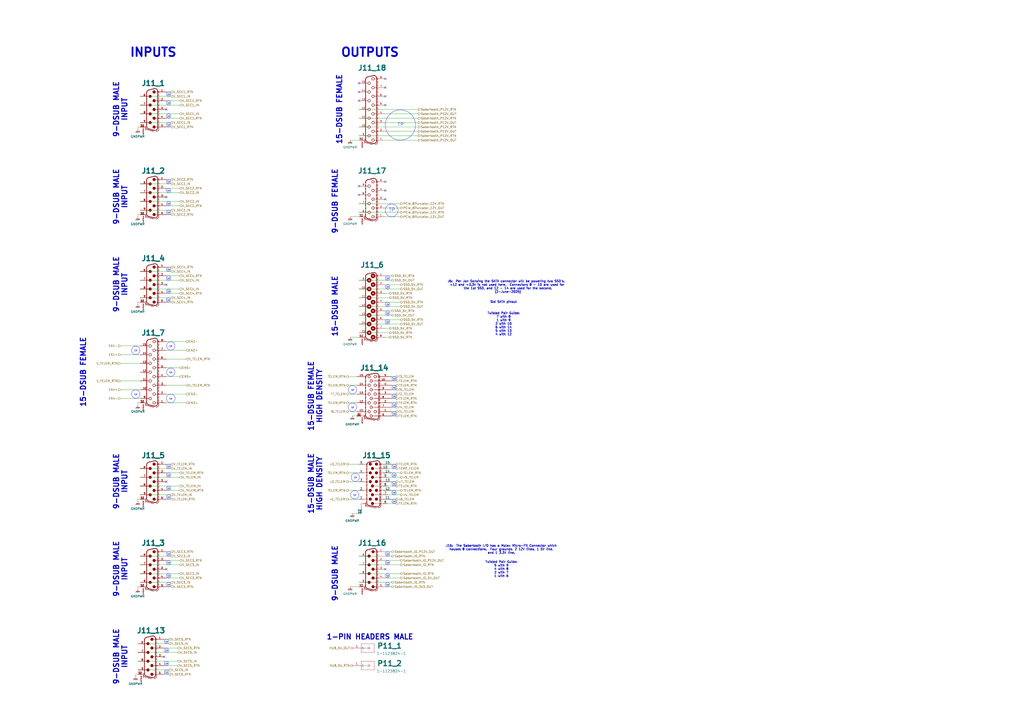
<source format=kicad_sch>
(kicad_sch (version 20250114) (generator "eeschema") (generator_version "9.0")
  (paper "A2")
  (lib_symbols
    (symbol "Molex:1731130182" (pin_numbers (hide yes)) (pin_names (offset 0))
      (property "Reference" "J" (at 0 0 0))
      (property "Value" "1731130182" (at 0 0 0))
      (symbol "1731130182_1_1"
        (pin input line (at 2.032 14.986 270) (length 5.08) (name "15") (number "15"))
        (pin input line (at 2.032 -4.064 90) (length 2.54) (name "5") (number "5"))
        (pin input line (at 4.572 12.446 270) (length 2.54) (name "10") (number "10"))
        (pin input line (at 7.112 14.986 270) (length 5.08) (name "14") (number "14"))
        (pin input line (at 7.112 -4.064 90) (length 2.54) (name "4") (number "4"))
        (pin input line (at 9.652 12.446 270) (length 2.54) (name "9") (number "9"))
        (pin input line (at 12.192 14.986 270) (length 5.08) (name "13") (number "13"))
        (pin input line (at 12.192 -4.064 90) (length 2.54) (name "3") (number "3"))
        (pin input line (at 14.732 12.446 270) (length 2.54) (name "8") (number "8"))
        (pin input line (at 17.272 14.986 270) (length 5.08) (name "12") (number "12"))
        (pin input line (at 17.272 -4.064 90) (length 2.54) (name "2") (number "2"))
        (pin input line (at 19.812 12.446 270) (length 2.54) (name "7") (number "7"))
        (pin input line (at 22.352 14.986 270) (length 5.08) (name "11") (number "11"))
        (pin input line (at 22.352 -4.064 90) (length 2.54) (name "1") (number "1"))
        (pin input line (at 24.892 12.446 270) (length 2.54) (name "6") (number "6"))
        (pin input line (at 30.734 -2.794 180) (length 2.54) (name "S1") (number "S1"))
        (pin input line (at 30.734 -2.794 180) (length 2.54) (name "S2") (number "S2"))
      )
    )
    (symbol "TE_Connectivity:1-1123824-1" (pin_names (offset 0.254))
      (property "Reference" "P" (at 8.89 6.35 0))
      (property "Value" "1-1123824-1" (at 0 0 0))
      (symbol "1-1123824-1_0_1"
        (pin unspecified line (at 0 0 0) (length 5.08) (name "1") (number "1"))
      )
    )
    (symbol "Wurth_Elektronik:6180XX231121_618009231121" (pin_names (offset 1.016))
      (property "Reference" "J" (at 13.78 1.66 0))
      (symbol "6180XX231121_618009231121_0_0"
        (text "shield" (at 10.9 -5.32 0) (effects (font (size 0.8128 0.8128)) (justify left bottom)))
        (pin bidirectional line (at -10.16 7.62 270) (length 5.08) (name "~") (number "5"))
        (pin bidirectional line (at -7.62 -7.62 90) (length 5.08) (name "~") (number "9"))
        (pin bidirectional line (at -5.08 7.62 270) (length 5.08) (name "~") (number "4"))
        (pin bidirectional line (at -2.54 -7.62 90) (length 5.08) (name "~") (number "8"))
        (pin bidirectional line (at 0 7.62 270) (length 5.08) (name "~") (number "3"))
        (pin bidirectional line (at 2.54 -7.62 90) (length 5.08) (name "~") (number "7"))
        (pin bidirectional line (at 5.08 7.62 270) (length 5.08) (name "~") (number "2"))
        (pin bidirectional line (at 7.62 -7.62 90) (length 5.08) (name "~") (number "6"))
        (pin bidirectional line (at 10.16 7.62 270) (length 5.08) (name "~") (number "1"))
        (pin bidirectional line (at 10.16 -7.62 90) (length 2.54) (name "~") (number "S1"))
        (pin bidirectional line (at 10.16 -7.62 90) (length 2.54) (name "~") (number "S2"))
      )
    )
    (symbol "Wurth_Elektronik:6180XX231121_618015231121" (pin_names (offset 1.016))
      (property "Reference" "J" (at 21.4 1.66 0))
      (symbol "6180XX231121_618015231121_0_0"
        (text "shield" (at 18.52 -5.32 0) (effects (font (size 0.8128 0.8128)) (justify left bottom)))
        (pin bidirectional line (at -17.78 7.62 270) (length 5.08) (name "~") (number "8"))
        (pin bidirectional line (at -15.24 -7.62 90) (length 5.08) (name "~") (number "15"))
        (pin bidirectional line (at -12.7 7.62 270) (length 5.08) (name "~") (number "7"))
        (pin bidirectional line (at -10.16 -7.62 90) (length 5.08) (name "~") (number "14"))
        (pin bidirectional line (at -7.62 7.62 270) (length 5.08) (name "~") (number "6"))
        (pin bidirectional line (at -5.08 -7.62 90) (length 5.08) (name "~") (number "13"))
        (pin bidirectional line (at -2.54 7.62 270) (length 5.08) (name "~") (number "5"))
        (pin bidirectional line (at 0 -7.62 90) (length 5.08) (name "~") (number "12"))
        (pin bidirectional line (at 2.54 7.62 270) (length 5.08) (name "~") (number "4"))
        (pin bidirectional line (at 5.08 -7.62 90) (length 5.08) (name "~") (number "11"))
        (pin bidirectional line (at 7.62 7.62 270) (length 5.08) (name "~") (number "3"))
        (pin bidirectional line (at 10.16 -7.62 90) (length 5.08) (name "~") (number "10"))
        (pin bidirectional line (at 12.7 7.62 270) (length 5.08) (name "~") (number "2"))
        (pin bidirectional line (at 15.24 -7.62 90) (length 5.08) (name "~") (number "9"))
        (pin bidirectional line (at 17.78 7.62 270) (length 5.08) (name "~") (number "1"))
        (pin bidirectional line (at 17.78 -7.62 90) (length 2.54) (name "~") (number "S1"))
        (pin bidirectional line (at 17.78 -7.62 90) (length 2.54) (name "~") (number "S2"))
      )
    )
    (symbol "Wurth_Elektronik:6180XX231221_618009231221" (pin_names (offset 1.016))
      (property "Reference" "J" (at 13.78 1.66 0))
      (symbol "6180XX231221_618009231221_0_0"
        (text "shield" (at 10.9 -5.32 0) (effects (font (size 0.8128 0.8128)) (justify left bottom)))
        (pin bidirectional line (at -10.16 7.62 270) (length 5.08) (name "~") (number "1"))
        (pin bidirectional line (at -7.62 -7.62 90) (length 5.08) (name "~") (number "6"))
        (pin bidirectional line (at -5.08 7.62 270) (length 5.08) (name "~") (number "2"))
        (pin bidirectional line (at -2.54 -7.62 90) (length 5.08) (name "~") (number "7"))
        (pin bidirectional line (at 0 7.62 270) (length 5.08) (name "~") (number "3"))
        (pin bidirectional line (at 2.54 -7.62 90) (length 5.08) (name "~") (number "8"))
        (pin bidirectional line (at 5.08 7.62 270) (length 5.08) (name "~") (number "4"))
        (pin bidirectional line (at 7.62 -7.62 90) (length 5.08) (name "~") (number "9"))
        (pin bidirectional line (at 10.16 7.62 270) (length 5.08) (name "~") (number "5"))
        (pin bidirectional line (at 10.16 -7.62 90) (length 2.54) (name "~") (number "S1"))
        (pin bidirectional line (at 10.16 -7.62 90) (length 2.54) (name "~") (number "S2"))
      )
    )
    (symbol "Wurth_Elektronik:6180XX231221_618015231221" (pin_names (offset 1.016))
      (property "Reference" "J" (at 21.4 1.66 0))
      (symbol "6180XX231221_618015231221_0_0"
        (text "shield" (at 18.52 -5.32 0) (effects (font (size 0.8128 0.8128)) (justify left bottom)))
        (pin bidirectional line (at -17.78 7.62 270) (length 5.08) (name "~") (number "1"))
        (pin bidirectional line (at -15.24 -7.62 90) (length 5.08) (name "~") (number "9"))
        (pin bidirectional line (at -12.7 7.62 270) (length 5.08) (name "~") (number "2"))
        (pin bidirectional line (at -10.16 -7.62 90) (length 5.08) (name "~") (number "10"))
        (pin bidirectional line (at -7.62 7.62 270) (length 5.08) (name "~") (number "3"))
        (pin bidirectional line (at -5.08 -7.62 90) (length 5.08) (name "~") (number "11"))
        (pin bidirectional line (at -2.54 7.62 270) (length 5.08) (name "~") (number "4"))
        (pin bidirectional line (at 0 -7.62 90) (length 5.08) (name "~") (number "12"))
        (pin bidirectional line (at 2.54 7.62 270) (length 5.08) (name "~") (number "5"))
        (pin bidirectional line (at 5.08 -7.62 90) (length 5.08) (name "~") (number "13"))
        (pin bidirectional line (at 7.62 7.62 270) (length 5.08) (name "~") (number "6"))
        (pin bidirectional line (at 10.16 -7.62 90) (length 5.08) (name "~") (number "14"))
        (pin bidirectional line (at 12.7 7.62 270) (length 5.08) (name "~") (number "7"))
        (pin bidirectional line (at 15.24 -7.62 90) (length 5.08) (name "~") (number "15"))
        (pin bidirectional line (at 17.78 7.62 270) (length 5.08) (name "~") (number "8"))
        (pin bidirectional line (at 17.78 -7.62 90) (length 2.54) (name "~") (number "S1"))
        (pin bidirectional line (at 17.78 -7.62 90) (length 2.54) (name "~") (number "S2"))
      )
    )
    (symbol "Wurth_Elektronik:6180XX330923_618015330923" (pin_names (offset 1.016))
      (property "Reference" "J" (at 16.32 4.2 0))
      (symbol "6180XX330923_618015330923_0_0"
        (text "shield" (at 13.44 -4.05 0) (effects (font (size 0.8128 0.8128)) (justify left bottom)))
        (pin bidirectional line (at -10.16 -7.62 90) (length 5.08) (name "~") (number "15"))
        (pin bidirectional line (at -5.08 -7.62 90) (length 5.08) (name "~") (number "14"))
        (pin bidirectional line (at 0 -7.62 90) (length 5.08) (name "~") (number "13"))
        (pin bidirectional line (at 5.08 -7.62 90) (length 5.08) (name "~") (number "12"))
        (pin bidirectional line (at 10.16 -7.62 90) (length 5.08) (name "~") (number "11"))
        (pin bidirectional line (at 12.7 -7.62 90) (length 2.54) (name "~") (number "S1"))
        (pin bidirectional line (at 12.7 -7.62 90) (length 2.54) (name "~") (number "S2"))
      )
      (symbol "6180XX330923_618015330923_1_0"
        (pin bidirectional line (at -10.16 12.7 270) (length 7.62) (name "~") (number "5"))
        (pin bidirectional line (at -7.62 12.7 270) (length 10.16) (name "~") (number "10"))
        (pin bidirectional line (at -5.08 12.7 270) (length 7.62) (name "~") (number "4"))
        (pin bidirectional line (at -2.54 12.7 270) (length 10.16) (name "~") (number "9"))
        (pin bidirectional line (at 0 12.7 270) (length 7.62) (name "~") (number "3"))
        (pin bidirectional line (at 2.54 12.7 270) (length 10.16) (name "~") (number "8"))
        (pin bidirectional line (at 5.08 12.7 270) (length 7.62) (name "~") (number "2"))
        (pin bidirectional line (at 7.62 12.7 270) (length 10.16) (name "~") (number "7"))
        (pin bidirectional line (at 10.16 12.7 270) (length 7.62) (name "~") (number "1"))
        (pin bidirectional line (at 12.7 12.7 270) (length 10.16) (name "~") (number "6"))
      )
    )
    (symbol "power:GNDPWR" (power) (pin_numbers (hide yes)) (pin_names (offset 0) (hide yes))
      (property "Value" "GNDPWR" (at 0 -3.302 0))
      (symbol "GNDPWR_1_1"
        (pin power_in line (at 0 0 270) (length 0) (name "~") (number "1"))
      )
    )
  )
  (circle (center 206.1075 276.86) (radius 2.4263))
  (circle (center 228.6 270.51) (radius 1.27))
  (circle (center 97.79 334.01) (radius 1.27))
  (circle (center 228.6 280.67) (radius 1.27))
  (circle (center 96.52 389.89) (radius 1.27))
  (circle (center 97.79 118.11) (radius 1.27))
  (circle (center 97.79 168.91) (radius 1.27))
  (circle (center 224.79 176.53) (radius 1.27))
  (circle (center 204.47 236.22) (radius 2.4263))
  (circle (center 224.7587 186.69) (radius 1.27))
  (circle (center 99.06 200.66) (radius 2.4263))
  (circle (center 228.6 290.83) (radius 1.27))
  (circle (center 97.79 59.69) (radius 1.27))
  (circle (center 224.79 334.01) (radius 1.27))
  (circle (center 224.79 166.37) (radius 1.27))
  (circle (center 228.6 219.71) (radius 1.27))
  (circle (center 224.79 339.09) (radius 1.27))
  (circle (center 97.79 123.19) (radius 1.27))
  (circle (center 97.663 173.99) (radius 1.27))
  (circle (center 96.6167 377.19) (radius 1.27))
  (circle (center 228.6 275.59) (radius 1.27))
  (circle (center 228.6 224.79) (radius 1.27))
  (circle (center 224.79 321.31) (radius 1.27))
  (circle (center 97.79 72.39) (radius 1.27))
  (circle (center 78.74 203.2) (radius 2.4263))
  (circle (center 224.79 326.39) (radius 1.27))
  (circle (center 97.79 321.31) (radius 1.27))
  (circle (center 97.79 54.61) (radius 1.27))
  (circle (center 96.52 372.11) (radius 1.27))
  (circle (center 97.79 270.51) (radius 1.27))
  (circle (center 224.79 181.61) (radius 1.27))
  (circle (center 205.74 287.02) (radius 2.4263))
  (circle (center 204.47 226.06) (radius 2.4263))
  (circle (center 97.79 275.59) (radius 1.27))
  (circle (center 97.79 339.09) (radius 1.27))
  (circle (center 97.79 326.39) (radius 1.27))
  (circle (center 96.52 384.81) (radius 1.27))
  (circle (center 97.79 161.29) (radius 1.27))
  (circle (center 228.6 229.87) (radius 1.27))
  (circle (center 228.6 240.03) (radius 1.27))
  (circle (center 232.283 72.517) (radius 8.7667))
  (circle (center 97.79 288.29) (radius 1.27))
  (circle (center 227.203 122.047) (radius 3.7179))
  (circle (center 99.06 215.9) (radius 2.4263))
  (circle (center 97.79 283.21) (radius 1.27))
  (circle (center 224.79 161.29) (radius 1.27))
  (circle (center 78.74 228.6) (radius 2.4263))
  (circle (center 97.79 105.41) (radius 1.27))
  (circle (center 97.79 67.31) (radius 1.27))
  (circle (center 97.79 156.21) (radius 1.27))
  (circle (center 99.06 231.14) (radius 2.54))
  (circle (center 228.6 285.75) (radius 1.27))
  (circle (center 97.79 110.49) (radius 1.27))
  (circle (center 228.6 234.95) (radius 1.27))
  (text "9-DSUB MALE\nINPUT" (at 69.85 165.1 90) (effects (font (size 3 3) (thickness 0.6) (bold yes))))
  (text "15-DSUB MALE" (at 194.31 177.8 90) (effects (font (size 3 3) (thickness 0.6) (bold yes))))
  (text "15-DSUB FEMALE" (at 48.26 215.9 90) (effects (font (size 3 3) (thickness 0.6) (bold yes))))
  (text "TP" (at 228.6 229.87 0) (effects (font (size 1 1)) (justify top)))
  (text "TP" (at 97.79 59.69 0) (effects (font (size 1 1)) (justify top)))
  (text "TP" (at 97.79 275.59 0) (effects (font (size 1 1)) (justify top)))
  (text "TP" (at 97.79 339.09 0) (effects (font (size 1 1)) (justify top)))
  (text "TP" (at 96.52 384.81 0) (effects (font (size 1 1)) (justify top)))
  (text "TP" (at 228.6 275.59 0) (effects (font (size 1 1)) (justify top)))
  (text "J16:  The Sabertooth I/O has a Molex Micro-Fit Connector which\nhouses 8 connections.  Four grounds, 2 12V lines, 1 5V line,\nand 1 3.3V line." (at 290.83 318.77 0) (effects (font (size 1.27 1.27) (thickness 0.254) (bold yes))))
  (text "OUTPUTS" (at 214.63 30.48 0) (effects (font (size 5 5) (thickness 1) (bold yes))))
  (text "TP" (at 228.6 234.95 0) (effects (font (size 1 1)) (justify top)))
  (text "TP" (at 206.1075 276.86 0) (effects (font (size 1 1)) (justify top)))
  (text "TP" (at 228.6 270.51 0) (effects (font (size 1 1)) (justify top)))
  (text "TP" (at 224.79 181.61 0) (effects (font (size 1 1)) (justify top)))
  (text "TP" (at 97.79 54.61 0) (effects (font (size 1 1)) (justify top)))
  (text "1-PIN HEADERS MALE" (at 214.63 369.57 0) (effects (font (size 3 3) (thickness 0.6) (bold yes))))
  (text "TP" (at 97.79 168.91 0) (effects (font (size 1 1)) (justify top)))
  (text "TP" (at 97.79 283.21 0) (effects (font (size 1 1)) (justify top)))
  (text "TP" (at 97.79 288.29 0) (effects (font (size 1 1)) (justify top)))
  (text "TP" (at 97.79 326.39 0) (effects (font (size 1 1)) (justify top)))
  (text "TP" (at 224.7587 186.69 0) (effects (font (size 1 1)) (justify top)))
  (text "TP" (at 99.06 215.9 0) (effects (font (size 1 1)) (justify top)))
  (text "TP" (at 228.6 280.67 0) (effects (font (size 1 1)) (justify top)))
  (text "TP" (at 232.41 72.39 0) (effects (font (size 2 2))))
  (text "TP" (at 227.33 121.92 0) (effects (font (size 2 2))))
  (text "TP" (at 97.79 67.31 0) (effects (font (size 1 1)) (justify top)))
  (text "TP" (at 224.79 161.29 0) (effects (font (size 1 1)) (justify top)))
  (text "TP" (at 97.79 321.31 0) (effects (font (size 1 1)) (justify top)))
  (text "TP" (at 228.6 285.75 0) (effects (font (size 1 1)) (justify top)))
  (text "9-DSUB FEMALE" (at 194.31 116.84 90) (effects (font (size 3 3) (thickness 0.6) (bold yes))))
  (text "TP" (at 97.79 161.29 0) (effects (font (size 1 1)) (justify top)))
  (text "TP" (at 78.74 228.6 0) (effects (font (size 1 1)) (justify top)))
  (text "9-DSUB MALE\nINPUT" (at 69.85 63.5 90) (effects (font (size 3 3) (thickness 0.6) (bold yes))))
  (text "TP" (at 97.79 118.11 0) (effects (font (size 1 1)) (justify top)))
  (text "TP" (at 228.6 240.03 0) (effects (font (size 1 1)) (justify top)))
  (text "J6:  Per Jon Sensing the SATA connector will be powering two SSD's.  \n+12 and +3.3V is not used here.  Connectors 8 - 10 are used for \nthe 1st SSD, and 12 - 14 are used for the second.\n(2-June-2025)" (at 294.64 166.37 0) (effects (font (size 1.27 1.27) (thickness 0.254) (bold yes))))
  (text "TP" (at 97.79 334.01 0) (effects (font (size 1 1)) (justify top)))
  (text "TP" (at 228.6 219.71 0) (effects (font (size 1 1)) (justify top)))
  (text "TP" (at 224.79 176.53 0) (effects (font (size 1 1)) (justify top)))
  (text "TP" (at 97.79 110.49 0) (effects (font (size 1 1)) (justify top)))
  (text "15-DSUB FEMALE" (at 196.85 63.5 90) (effects (font (size 3 3) (thickness 0.6) (bold yes))))
  (text "TP" (at 204.47 226.06 0) (effects (font (size 1 1)) (justify top)))
  (text "9-DSUB MALE\nINPUT" (at 69.85 114.3 90) (effects (font (size 3 3) (thickness 0.6) (bold yes))))
  (text "TP" (at 96.52 389.89 0) (effects (font (size 1 1)) (justify top)))
  (text "9-DSUB MALE\nINPUT" (at 69.85 330.2 90) (effects (font (size 3 3) (thickness 0.6) (bold yes))))
  (text "TP" (at 228.6 290.83 0) (effects (font (size 1 1)) (justify top)))
  (text "TP" (at 97.79 123.19 0) (effects (font (size 1 1)) (justify top)))
  (text "TP" (at 204.47 236.22 0) (effects (font (size 1 1)) (justify top)))
  (text "Twisted Pair Guide:\n5 with 9\n4 with 8\n2 with 7\n1 with 6" (at 290.83 330.2 0) (effects (font (size 1.27 1.27) (thickness 0.254) (bold yes))))
  (text "15-DSUB MALE\nHIGH DENSITY" (at 182.88 280.67 90) (effects (font (size 3 3) (thickness 0.6) (bold yes))))
  (text "TP" (at 224.79 321.31 0) (effects (font (size 1 1)) (justify top)))
  (text "TP" (at 224.79 334.01 0) (effects (font (size 1 1)) (justify top)))
  (text "TP" (at 224.79 166.37 0) (effects (font (size 1 1)) (justify top)))
  (text "Twisted Pair Guide:\n7 with 8\n1 with 9\n2 with 10\n6 with 14\n5 with 13\n4 with 12" (at 292.1 187.96 0) (effects (font (size 1.27 1.27) (thickness 0.254) (bold yes))))
  (text "TP" (at 99.06 231.14 0) (effects (font (size 1 1)) (justify top)))
  (text "15-DSUB FEMALE\nHIGH DENSITY" (at 182.88 229.87 90) (effects (font (size 3 3) (thickness 0.6) (bold yes))))
  (text "9-DSUB MALE" (at 194.31 332.74 90) (effects (font (size 3 3) (thickness 0.6) (bold yes))))
  (text "TP" (at 228.6 224.79 0) (effects (font (size 1 1)) (justify top)))
  (text "TP" (at 97.79 72.39 0) (effects (font (size 1 1)) (justify top)))
  (text "TP" (at 96.6167 377.19 0) (effects (font (size 1 1)) (justify top)))
  (text "TP" (at 224.79 339.09 0) (effects (font (size 1 1)) (justify top)))
  (text "TP" (at 97.79 105.41 0) (effects (font (size 1 1)) (justify top)))
  (text "INPUTS" (at 88.9 30.48 0) (effects (font (size 5 5) (thickness 1) (bold yes))))
  (text "Std SATA pinout" (at 292.1 175.26 0) (effects (font (size 1.27 1.27) (thickness 0.254) (bold yes))))
  (text "TP" (at 97.79 156.21 0) (effects (font (size 1 1)) (justify top)))
  (text "TP" (at 97.663 173.99 0) (effects (font (size 1 1)) (justify top)))
  (text "TP" (at 205.74 287.02 0) (effects (font (size 1 1)) (justify top)))
  (text "9-DSUB MALE\nINPUT" (at 69.85 279.4 90) (effects (font (size 3 3) (thickness 0.6) (bold yes))))
  (text "TP" (at 97.79 270.51 0) (effects (font (size 1 1)) (justify top)))
  (text "TP" (at 78.74 203.2 0) (effects (font (size 1 1)) (justify top)))
  (text "9-DSUB MALE\nINPUT" (at 69.85 381 90) (effects (font (size 3 3) (thickness 0.6) (bold yes))))
  (text "TP" (at 96.52 372.11 0) (effects (font (size 1 1)) (justify top)))
  (text "TP" (at 224.79 326.39 0) (effects (font (size 1 1)) (justify top)))
  (text "TP" (at 99.06 200.66 0) (effects (font (size 1 1)) (justify top)))
  (no_connect (at 223.52 110.49))
  (no_connect (at 223.52 60.96))
  (no_connect (at 208.28 58.42))
  (no_connect (at 208.28 113.03))
  (no_connect (at 208.28 48.26))
  (no_connect (at 96.52 114.3))
  (no_connect (at 223.52 330.2))
  (no_connect (at 208.28 53.34))
  (no_connect (at 223.52 45.72))
  (no_connect (at 96.52 63.5))
  (no_connect (at 223.52 105.41))
  (no_connect (at 208.28 107.95))
  (no_connect (at 96.52 279.4))
  (no_connect (at 95.25 381))
  (no_connect (at 223.52 55.88))
  (no_connect (at 96.52 330.2))
  (no_connect (at 96.52 165.1))
  (no_connect (at 223.52 50.8))
  (no_connect (at 223.52 115.57))
  (wire (pts (xy 104.14 332.74) (xy 81.28 332.74)))
  (wire (pts (xy 207.01 241.3) (xy 204.47 241.3)))
  (wire (pts (xy 99.06 71.12) (xy 81.28 71.12)))
  (wire (pts (xy 104.14 170.18) (xy 96.52 170.18)))
  (wire (pts (xy 80.01 125.73) (xy 80.01 124.46)))
  (wire (pts (xy 232.41 123.19) (xy 208.28 123.19)))
  (wire (pts (xy 104.14 284.48) (xy 96.52 284.48)))
  (wire (pts (xy 201.93 289.56) (xy 208.28 289.56)))
  (wire (pts (xy 97.79 388.62) (xy 80.01 388.62)))
  (wire (pts (xy 229.87 241.3) (xy 227.33 241.3)))
  (wire (pts (xy 232.41 165.1) (xy 223.52 165.1)))
  (wire (pts (xy 97.79 391.16) (xy 95.25 391.16)))
  (wire (pts (xy 102.87 378.46) (xy 80.01 378.46)))
  (wire (pts (xy 226.06 195.58) (xy 223.52 195.58)))
  (wire (pts (xy 229.87 271.78) (xy 224.79 271.78)))
  (wire (pts (xy 227.33 320.04) (xy 223.52 320.04)))
  (wire (pts (xy 69.85 200.66) (xy 81.28 200.66)))
  (wire (pts (xy 227.33 162.56) (xy 208.28 162.56)))
  (wire (pts (xy 104.14 68.58) (xy 96.52 68.58)))
  (wire (pts (xy 232.41 284.48) (xy 227.33 284.48)))
  (wire (pts (xy 204.47 297.942) (xy 209.55 297.942)))
  (wire (pts (xy 201.93 284.48) (xy 208.28 284.48)))
  (wire (pts (xy 232.41 185.42) (xy 223.52 185.42)))
  (wire (pts (xy 107.95 203.2) (xy 96.52 203.2)))
  (wire (pts (xy 104.14 66.04) (xy 81.28 66.04)))
  (wire (pts (xy 104.14 276.86) (xy 81.28 276.86)))
  (wire (pts (xy 80.01 124.46) (xy 81.28 124.46)))
  (wire (pts (xy 104.14 160.02) (xy 96.52 160.02)))
  (wire (pts (xy 242.57 78.74) (xy 208.28 78.74)))
  (wire (pts (xy 102.87 375.92) (xy 95.25 375.92)))
  (wire (pts (xy 201.93 218.44) (xy 207.01 218.44)))
  (wire (pts (xy 80.01 289.56) (xy 81.28 289.56)))
  (wire (pts (xy 201.93 223.52) (xy 207.01 223.52)))
  (wire (pts (xy 99.06 53.34) (xy 96.52 53.34)))
  (wire (pts (xy 229.87 220.98) (xy 227.33 220.98)))
  (wire (pts (xy 229.87 236.22) (xy 227.33 236.22)))
  (wire (pts (xy 99.06 340.36) (xy 96.52 340.36)))
  (wire (pts (xy 232.41 332.74) (xy 208.28 332.74)))
  (wire (pts (xy 104.14 335.28) (xy 96.52 335.28)))
  (wire (pts (xy 226.06 172.72) (xy 208.28 172.72)))
  (wire (pts (xy 99.06 287.02) (xy 81.28 287.02)))
  (wire (pts (xy 99.06 322.58) (xy 81.28 322.58)))
  (wire (pts (xy 80.01 176.53) (xy 80.01 175.26)))
  (wire (pts (xy 201.93 228.6) (xy 207.01 228.6)))
  (wire (pts (xy 104.14 162.56) (xy 81.28 162.56)))
  (wire (pts (xy 227.33 180.34) (xy 223.52 180.34)))
  (wire (pts (xy 104.14 58.42) (xy 96.52 58.42)))
  (wire (pts (xy 78.74 392.43) (xy 78.74 391.16)))
  (wire (pts (xy 229.87 231.14) (xy 227.33 231.14)))
  (wire (pts (xy 242.57 76.2) (xy 223.52 76.2)))
  (wire (pts (xy 229.87 289.56) (xy 227.33 289.56)))
  (wire (pts (xy 107.95 208.28) (xy 96.52 208.28)))
  (wire (pts (xy 104.14 119.38) (xy 96.52 119.38)))
  (wire (pts (xy 107.95 223.52) (xy 96.52 223.52)))
  (wire (pts (xy 201.93 233.68) (xy 207.01 233.68)))
  (wire (pts (xy 99.06 73.66) (xy 96.52 73.66)))
  (wire (pts (xy 99.06 104.14) (xy 96.52 104.14)))
  (wire (pts (xy 203.2 125.73) (xy 208.28 125.73)))
  (wire (pts (xy 69.85 205.74) (xy 81.28 205.74)))
  (wire (pts (xy 229.87 226.06) (xy 227.33 226.06)))
  (wire (pts (xy 229.87 279.4) (xy 227.33 279.4)))
  (wire (pts (xy 104.14 213.36) (xy 96.52 213.36)))
  (wire (pts (xy 107.95 198.12) (xy 96.52 198.12)))
  (wire (pts (xy 232.41 335.28) (xy 223.52 335.28)))
  (wire (pts (xy 99.06 271.78) (xy 81.28 271.78)))
  (wire (pts (xy 99.06 121.92) (xy 81.28 121.92)))
  (wire (pts (xy 99.06 172.72) (xy 81.28 172.72)))
  (wire (pts (xy 229.87 223.52) (xy 227.33 223.52)))
  (wire (pts (xy 99.06 320.04) (xy 96.52 320.04)))
  (wire (pts (xy 203.2 340.36) (xy 208.28 340.36)))
  (wire (pts (xy 232.41 167.64) (xy 208.28 167.64)))
  (wire (pts (xy 203.2 195.58) (xy 208.28 195.58)))
  (wire (pts (xy 201.93 274.32) (xy 208.28 274.32)))
  (wire (pts (xy 232.41 125.73) (xy 223.52 125.73)))
  (wire (pts (xy 80.01 175.26) (xy 81.28 175.26)))
  (wire (pts (xy 104.14 327.66) (xy 81.28 327.66)))
  (wire (pts (xy 232.41 187.96) (xy 208.28 187.96)))
  (wire (pts (xy 104.14 281.94) (xy 81.28 281.94)))
  (wire (pts (xy 201.93 279.4) (xy 208.28 279.4)))
  (wire (pts (xy 104.14 109.22) (xy 96.52 109.22)))
  (wire (pts (xy 226.06 170.18) (xy 223.52 170.18)))
  (wire (pts (xy 99.06 124.46) (xy 96.52 124.46)))
  (wire (pts (xy 69.85 210.82) (xy 81.28 210.82)))
  (wire (pts (xy 78.74 391.16) (xy 80.01 391.16)))
  (wire (pts (xy 226.06 190.5) (xy 223.52 190.5)))
  (wire (pts (xy 99.06 157.48) (xy 81.28 157.48)))
  (wire (pts (xy 232.41 120.65) (xy 223.52 120.65)))
  (wire (pts (xy 104.14 116.84) (xy 81.28 116.84)))
  (wire (pts (xy 227.33 182.88) (xy 208.28 182.88)))
  (wire (pts (xy 232.41 287.02) (xy 224.79 287.02)))
  (wire (pts (xy 242.57 81.28) (xy 223.52 81.28)))
  (wire (pts (xy 69.85 220.98) (xy 81.28 220.98)))
  (wire (pts (xy 229.87 292.1) (xy 224.79 292.1)))
  (wire (pts (xy 80.01 341.63) (xy 80.01 340.36)))
  (wire (pts (xy 102.87 383.54) (xy 80.01 383.54)))
  (wire (pts (xy 242.57 71.12) (xy 223.52 71.12)))
  (wire (pts (xy 203.2 81.28) (xy 208.28 81.28)))
  (wire (pts (xy 104.14 325.12) (xy 96.52 325.12)))
  (wire (pts (xy 229.87 228.6) (xy 227.33 228.6)))
  (wire (pts (xy 229.87 281.94) (xy 224.79 281.94)))
  (wire (pts (xy 104.14 274.32) (xy 96.52 274.32)))
  (wire (pts (xy 80.01 290.83) (xy 80.01 289.56)))
  (wire (pts (xy 99.06 106.68) (xy 81.28 106.68)))
  (wire (pts (xy 99.06 269.24) (xy 96.52 269.24)))
  (wire (pts (xy 227.33 337.82) (xy 208.28 337.82)))
  (wire (pts (xy 69.85 231.14) (xy 81.28 231.14)))
  (wire (pts (xy 242.57 73.66) (xy 208.28 73.66)))
  (wire (pts (xy 97.79 370.84) (xy 95.25 370.84)))
  (wire (pts (xy 80.01 73.66) (xy 81.28 73.66)))
  (wire (pts (xy 80.01 340.36) (xy 81.28 340.36)))
  (wire (pts (xy 242.57 66.04) (xy 223.52 66.04)))
  (wire (pts (xy 227.33 160.02) (xy 223.52 160.02)))
  (wire (pts (xy 80.01 233.68) (xy 80.01 234.95)))
  (wire (pts (xy 242.57 68.58) (xy 208.28 68.58)))
  (wire (pts (xy 201.93 269.24) (xy 208.28 269.24)))
  (wire (pts (xy 99.06 289.56) (xy 96.52 289.56)))
  (wire (pts (xy 229.87 269.24) (xy 227.33 269.24)))
  (wire (pts (xy 69.85 226.06) (xy 81.28 226.06)))
  (wire (pts (xy 232.41 175.26) (xy 223.52 175.26)))
  (wire (pts (xy 227.33 340.36) (xy 223.52 340.36)))
  (wire (pts (xy 104.14 111.76) (xy 81.28 111.76)))
  (wire (pts (xy 232.41 325.12) (xy 223.52 325.12)))
  (wire (pts (xy 226.06 193.04) (xy 208.28 193.04)))
  (wire (pts (xy 80.01 233.68) (xy 81.28 233.68)))
  (wire (pts (xy 107.95 233.68) (xy 96.52 233.68)))
  (wire (pts (xy 229.87 233.68) (xy 227.33 233.68)))
  (wire (pts (xy 102.87 386.08) (xy 95.25 386.08)))
  (wire (pts (xy 99.06 337.82) (xy 81.28 337.82)))
  (wire (pts (xy 104.14 167.64) (xy 81.28 167.64)))
  (wire (pts (xy 232.41 276.86) (xy 224.79 276.86)))
  (wire (pts (xy 232.41 177.8) (xy 208.28 177.8)))
  (wire (pts (xy 232.41 327.66) (xy 208.28 327.66)))
  (wire (pts (xy 107.95 228.6) (xy 96.52 228.6)))
  (wire (pts (xy 229.87 218.44) (xy 227.33 218.44)))
  (wire (pts (xy 201.93 238.76) (xy 207.01 238.76)))
  (wire (pts (xy 232.41 274.32) (xy 227.33 274.32)))
  (wire (pts (xy 99.06 154.94) (xy 96.52 154.94)))
  (wire (pts (xy 242.57 63.5) (xy 208.28 63.5)))
  (wire (pts (xy 97.79 373.38) (xy 80.01 373.38)))
  (wire (pts (xy 232.41 118.11) (xy 208.28 118.11)))
  (wire (pts (xy 104.14 60.96) (xy 81.28 60.96)))
  (wire (pts (xy 229.87 238.76) (xy 227.33 238.76)))
  (wire (pts (xy 227.33 322.58) (xy 208.28 322.58)))
  (wire (pts (xy 99.06 55.88) (xy 81.28 55.88)))
  (wire (pts (xy 80.01 74.93) (xy 80.01 73.66)))
  (wire (pts (xy 99.06 175.26) (xy 96.52 175.26)))
  (wire (pts (xy 104.14 218.44) (xy 96.52 218.44)))
  (hierarchical_label "V_SEC2_RTN" (shape input) (at 99.06 104.14 0))
  (hierarchical_label "V_TELEM_RTN" (shape input) (at 107.95 208.28 0))
  (hierarchical_label "SSD_5V_RTN" (shape output) (at 227.33 180.34 0))
  (hierarchical_label "TELEM_RTN" (shape output) (at 201.93 274.32 180))
  (hierarchical_label "v1_TELEM" (shape output) (at 201.93 289.56 180))
  (hierarchical_label "EN2-" (shape input) (at 107.95 198.12 0))
  (hierarchical_label "V_SEC5_IN" (shape input) (at 97.79 373.38 0))
  (hierarchical_label "v2_TELEM" (shape output) (at 201.93 279.4 180))
  (hierarchical_label "V_SEC4_RTN" (shape input) (at 104.14 160.02 0))
  (hierarchical_label "Sabertooth_IO_3V3_OUT" (shape output) (at 227.33 340.36 0))
  (hierarchical_label "V_SEC5_IN" (shape input) (at 102.87 378.46 0))
  (hierarchical_label "v4_TELEM" (shape output) (at 232.41 287.02 0))
  (hierarchical_label "V_TELEM_RTN" (shape input) (at 104.14 274.32 0))
  (hierarchical_label "EN5-" (shape input) (at 104.14 213.36 0))
  (hierarchical_label "V_SEC1_RTN" (shape input) (at 104.14 58.42 0))
  (hierarchical_label "TELEM_RTN" (shape output) (at 229.87 269.24 0))
  (hierarchical_label "TELEM_RTN" (shape output) (at 229.87 231.14 0))
  (hierarchical_label "V_SEC3_RTN" (shape input) (at 99.06 340.36 0))
  (hierarchical_label "V_SEC3_IN" (shape input) (at 99.06 337.82 0))
  (hierarchical_label "Sabertooth_P12V_OUT" (shape output) (at 242.57 81.28 0))
  (hierarchical_label "SSD_5V_RTN" (shape output) (at 226.06 172.72 0))
  (hierarchical_label "V_TELEM_IN" (shape input) (at 99.06 271.78 0))
  (hierarchical_label "SSD_5V_OUT" (shape output) (at 232.41 187.96 0))
  (hierarchical_label "Sabertooth_IO_P12V_OUT" (shape output) (at 227.33 320.04 0))
  (hierarchical_label "PCIe_Bifurcator_12V_OUT" (shape output) (at 232.41 125.73 0))
  (hierarchical_label "V_TELEM_IN" (shape input) (at 104.14 276.86 0))
  (hierarchical_label "V_SEC5_IN" (shape input) (at 102.87 383.54 0))
  (hierarchical_label "PCIe_Bifurcator_12V_OUT" (shape output) (at 232.41 120.65 0))
  (hierarchical_label "v6_TELEM" (shape output) (at 229.87 289.56 0))
  (hierarchical_label "Sabertooth_P12V_OUT" (shape output) (at 242.57 66.04 0))
  (hierarchical_label "V_SEC4_IN" (shape input) (at 104.14 162.56 0))
  (hierarchical_label "V_SEC2_RTN" (shape input) (at 99.06 124.46 0))
  (hierarchical_label "V_SEC1_IN" (shape input) (at 99.06 71.12 0))
  (hierarchical_label "V_SEC3_RTN" (shape input) (at 99.06 320.04 0))
  (hierarchical_label "TELEM_RTN" (shape output) (at 229.87 233.68 0))
  (hierarchical_label "SSD_5V_OUT" (shape output) (at 232.41 177.8 0))
  (hierarchical_label "V_TELEM_RTN" (shape input) (at 104.14 284.48 0))
  (hierarchical_label "V_SEC1_RTN" (shape input) (at 99.06 73.66 0))
  (hierarchical_label "EN4+" (shape input) (at 69.85 226.06 180))
  (hierarchical_label "TELEM_RTN" (shape output) (at 201.93 223.52 180))
  (hierarchical_label "V_SEC4_RTN" (shape input) (at 99.06 175.26 0))
  (hierarchical_label "SSD_5V_RTN" (shape output) (at 232.41 165.1 0))
  (hierarchical_label "V_SEC5_RTN" (shape input) (at 97.79 370.84 0))
  (hierarchical_label "V_SEC5_RTN" (shape input) (at 97.79 391.16 0))
  (hierarchical_label "i2_TELEM" (shape output) (at 229.87 228.6 0))
  (hierarchical_label "EN5+" (shape input) (at 104.14 218.44 0))
  (hierarchical_label "V_SEC1_IN" (shape input) (at 99.06 55.88 0))
  (hierarchical_label "V_SEC5_RTN" (shape input) (at 102.87 375.92 0))
  (hierarchical_label "TELEM_RTN" (shape output) (at 201.93 218.44 180))
  (hierarchical_label "V_SEC4_IN" (shape input) (at 99.06 157.48 0))
  (hierarchical_label "HUB_5V_RTN" (shape output) (at 204.47 386.08 180))
  (hierarchical_label "V_SEC1_IN" (shape input) (at 104.14 66.04 0))
  (hierarchical_label "V_SEC3_IN" (shape input) (at 99.06 322.58 0))
  (hierarchical_label "TEMP_TELEM" (shape output) (at 229.87 271.78 0))
  (hierarchical_label "EN1+" (shape input) (at 69.85 205.74 180))
  (hierarchical_label "V_SEC3_IN" (shape input) (at 104.14 327.66 0))
  (hierarchical_label "SSD_5V_RTN" (shape output) (at 226.06 170.18 0))
  (hierarchical_label "V_SEC4_RTN" (shape input) (at 99.06 154.94 0))
  (hierarchical_label "Sabertooth_IO_P12V_OUT" (shape output) (at 232.41 325.12 0))
  (hierarchical_label "PCIe_Bifurcator_12V_RTN" (shape output) (at 232.41 123.19 0))
  (hierarchical_label "Sabertooth_IO_RTN" (shape output) (at 232.41 332.74 0))
  (hierarchical_label "V_SEC2_IN" (shape input) (at 99.06 106.68 0))
  (hierarchical_label "V_SEC5_IN" (shape input) (at 97.79 388.62 0))
  (hierarchical_label "EN4-" (shape input) (at 69.85 231.14 180))
  (hierarchical_label "SSD_5V_OUT" (shape output) (at 227.33 182.88 0))
  (hierarchical_label "SSD_5V_RTN" (shape output) (at 227.33 160.02 0))
  (hierarchical_label "Sabertooth_P12V_RTN" (shape output) (at 242.57 73.66 0))
  (hierarchical_label "EN3-" (shape input) (at 107.95 228.6 0))
  (hierarchical_label "TELEM_RTN" (shape output) (at 201.93 233.68 180))
  (hierarchical_label "SSD_5V_RTN" (shape output) (at 226.06 190.5 0))
  (hierarchical_label "TELEM_RTN" (shape output) (at 229.87 292.1 0))
  (hierarchical_label "EN1-" (shape input) (at 69.85 200.66 180))
  (hierarchical_label "Sabertooth_P12V_OUT" (shape output) (at 242.57 76.2 0))
  (hierarchical_label "EN3+" (shape input) (at 107.95 233.68 0))
  (hierarchical_label "SSD_5V_OUT" (shape output) (at 227.33 162.56 0))
  (hierarchical_label "V_SEC3_IN" (shape input) (at 104.14 332.74 0))
  (hierarchical_label "v3_TELEM" (shape output) (at 201.93 269.24 180))
  (hierarchical_label "V_SEC2_IN" (shape input) (at 104.14 116.84 0))
  (hierarchical_label "i6_TELEM" (shape output) (at 201.93 238.76 180))
  (hierarchical_label "V_SEC1_IN" (shape input) (at 104.14 60.96 0))
  (hierarchical_label "V_SEC1_RTN" (shape input) (at 99.06 53.34 0))
  (hierarchical_label "V_SEC4_RTN" (shape input) (at 104.14 170.18 0))
  (hierarchical_label "TELEM_RTN" (shape output) (at 229.87 220.98 0))
  (hierarchical_label "Sabertooth_IO_RTN" (shape output) (at 232.41 327.66 0))
  (hierarchical_label "V_SEC2_RTN" (shape input) (at 104.14 119.38 0))
  (hierarchical_label "i4_TELEM" (shape output) (at 229.87 236.22 0))
  (hierarchical_label "i3_TELEM" (shape output) (at 229.87 218.44 0))
  (hierarchical_label "i5_TELEM" (shape output) (at 229.87 226.06 0))
  (hierarchical_label "Sabertooth_P12V_RTN" (shape output) (at 242.57 78.74 0))
  (hierarchical_label "V_SEC2_RTN" (shape input) (at 104.14 109.22 0))
  (hierarchical_label "V_SEC5_RTN" (shape input) (at 102.87 386.08 0))
  (hierarchical_label "TELEM_RTN" (shape output) (at 229.87 223.52 0))
  (hierarchical_label "v5_TELEM" (shape output) (at 232.41 276.86 0))
  (hierarchical_label "Sabertooth_IO_RTN" (shape output) (at 227.33 337.82 0))
  (hierarchical_label "V_TELEM_RTN" (shape input) (at 69.85 220.98 180))
  (hierarchical_label "V_TELEM_RTN" (shape input) (at 99.06 289.56 0))
  (hierarchical_label "PCIe_Bifurcator_12V_RTN" (shape output) (at 232.41 118.11 0))
  (hierarchical_label "i1_TELEM" (shape output) (at 229.87 238.76 0))
  (hierarchical_label "V_TELEM_IN" (shape input) (at 99.06 287.02 0))
  (hierarchical_label "v7_TELEM" (shape output) (at 229.87 279.4 0))
  (hierarchical_label "V_SEC2_IN" (shape input) (at 99.06 121.92 0))
  (hierarchical_label "V_SEC4_IN" (shape input) (at 99.06 172.72 0))
  (hierarchical_label "SSD_5V_OUT" (shape output) (at 232.41 167.64 0))
  (hierarchical_label "TELEM_RTN" (shape output) (at 232.41 284.48 0))
  (hierarchical_label "TELEM_RTN" (shape output) (at 201.93 284.48 180))
  (hierarchical_label "V_TELEM_IN" (shape input) (at 104.14 281.94 0))
  (hierarchical_label "SSD_5V_RTN" (shape output) (at 232.41 175.26 0))
  (hierarchical_label "i7_TELEM" (shape output) (at 201.93 228.6 180))
  (hierarchical_label "SSD_5V_RTN" (shape output) (at 226.06 193.04 0))
  (hierarchical_label "V_TELEM_RTN" (shape input) (at 107.95 223.52 0))
  (hierarchical_label "V_SEC2_IN" (shape input) (at 104.14 111.76 0))
  (hierarchical_label "Sabertooth_P12V_RTN" (shape output) (at 242.57 68.58 0))
  (hierarchical_label "V_SEC3_RTN" (shape input) (at 104.14 335.28 0))
  (hierarchical_label "Sabertooth_IO_RTN" (shape output) (at 227.33 322.58 0))
  (hierarchical_label "SSD_5V_RTN" (shape output) (at 232.41 185.42 0))
  (hierarchical_label "V_SEC3_RTN" (shape input) (at 104.14 325.12 0))
  (hierarchical_label "V_SEC1_RTN" (shape input) (at 104.14 68.58 0))
  (hierarchical_label "TELEM_RTN" (shape output) (at 229.87 281.94 0))
  (hierarchical_label "V_TELEM_RTN" (shape input) (at 99.06 269.24 0))
  (hierarchical_label "SSD_5V_RTN" (shape output) (at 226.06 195.58 0))
  (hierarchical_label "Sabertooth_IO_5V_OUT" (shape output) (at 232.41 335.28 0))
  (hierarchical_label "Sabertooth_P12V_RTN" (shape output) (at 242.57 63.5 0))
  (hierarchical_label "EN2+" (shape input) (at 107.95 203.2 0))
  (hierarchical_label "V_TELEM_RTN" (shape input) (at 69.85 210.82 180))
  (hierarchical_label "HUB_5V_OUT" (shape output) (at 204.47 375.92 180))
  (hierarchical_label "V_SEC4_IN" (shape input) (at 104.14 167.64 0))
  (hierarchical_label "TELEM_RTN" (shape output) (at 232.41 274.32 0))
  (hierarchical_label "Sabertooth_P12V_OUT" (shape output) (at 242.57 71.12 0))
  (hierarchical_label "TELEM_RTN" (shape output) (at 229.87 241.3 0))
  (symbol (lib_id "Wurth_Elektronik:6180XX330923_618015330923") (at 214.63 228.6 270) (unit 1)
    (property "Reference" "J11_14" (at 217.17 213.36 90) (effects (font (size 3 3) (thickness 0.6) (bold yes))))
    (property "Value" "618015330923" (effects (hide yes)))
    (property "Footprint" "Wurth_Elektronik:618015330923" (effects (hide yes)))
    (property "Datasheet" "https://www.we-online.com/components/products/datasheet/618015330923.pdf" (effects (hide yes)))
    (property "Description" "15 Position D-Sub, High Density Receptacle, Female Sockets Connector" (effects (hide yes)))
    (property "Manufacturer" "Würth Elektronik" (effects (hide yes)))
  )
  (symbol (lib_id "power:GNDPWR") (at 203.2 125.73 0) (unit 1)
    (property "Reference" "#PWR035" (effects (hide yes)))
    (property "Value" "GNDPWR" (at 203.073 129.8438 0))
    (property "Description" "Power symbol creates a global label with name \"GNDPWR\" , global ground" (effects (hide yes)))
  )
  (symbol (lib_id "Wurth_Elektronik:6180XX231221_618009231221") (at 88.9 63.5 270) (unit 1)
    (property "Reference" "J11_1" (at 88.9 48.26 90) (effects (font (size 3 3) (thickness 0.6) (bold yes))))
    (property "Value" "618009231221" (effects (hide yes)))
    (property "Footprint" "Wurth_Elektronik:618009231221" (effects (hide yes)))
    (property "Datasheet" "https://www.we-online.com/components/products/datasheet/618009231221.pdf" (effects (hide yes)))
    (property "Description" "9 Position D-Sub Plug, Male Pins Connector" (effects (hide yes)))
    (property "SnapEDA_Link" "https://www.snapeda.com/parts/618009231221/Wurth+Electronics/view-part/?ref=snap" (effects (hide yes)))
    (property "Manufacturer" "Wurth Electronics" (effects (hide yes)))
    (property "Description_1" "09 pins, right angled, 8.08mm, with hex screw" (effects (hide yes)))
    (property "Package" "None" (effects (hide yes)))
    (property "Purchase-URL" "https://www.snapeda.com/api/url_track_click_mouser/?unipart_id=604355&manufacturer=Wurth Electronics&part_name=618009231221&search_term=618009231221" (effects (hide yes)))
    (property "GENDER" "Male" (effects (hide yes)))
    (property "Price" "None" (effects (hide yes)))
    (property "PART-NUMBER" "618009231221" (effects (hide yes)))
    (property "DATASHEET-URL" "https://www.we-online.com/redexpert/spec/618009231221?ae" (effects (hide yes)))
    (property "Man. Part Num" "618009231221" (effects (hide yes)))
    (property "WORKING-VOLTAGE" "125 V(AC)" (effects (hide yes)))
    (property "PINS" "9" (effects (hide yes)))
    (property "WE-NUMBER" "618009231221" (effects (hide yes)))
    (property "TYPE" "Angled" (effects (hide yes)))
    (property "Availability" "In Stock" (effects (hide yes)))
    (property "Check_prices" "https://www.snapeda.com/parts/618009231221/Wurth+Electronics/view-part/?ref=eda" (effects (hide yes)))
    (property "Distributor" "Digikey" (effects (hide yes)))
    (property "Dist. Part Num" "732-618009231221-ND" (effects (hide yes)))
    (property "Part Type" "Through Hole" (effects (hide yes)))
    (property "Gender" "Male" (effects (hide yes)))
    (property "Voltage Rating" "125 V(AC)" (effects (hide yes)))
    (property "Dist. URL" "https://www.digikey.com/en/products/detail/w%C3%BCrth-elektronik/618009231221/10484658?s=N4IgTCBcDaIGwEYAcAGFBOMBmBYwJAF0BfIA" (effects (hide yes)))
  )
  (symbol (lib_id "power:GNDPWR") (at 80.01 341.63 0) (unit 1)
    (property "Reference" "#PWR029" (effects (hide yes)))
    (property "Value" "GNDPWR" (at 79.883 345.8924 0))
    (property "Description" "Power symbol creates a global label with name \"GNDPWR\" , global ground" (effects (hide yes)))
  )
  (symbol (lib_id "Wurth_Elektronik:6180XX231221_618009231221") (at 88.9 279.4 270) (unit 1)
    (property "Reference" "J11_5" (at 88.9 264.16 90) (effects (font (size 3 3) (thickness 0.6) (bold yes))))
    (property "Value" "618009231221" (effects (hide yes)))
    (property "Footprint" "Wurth_Elektronik:618009231221" (effects (hide yes)))
    (property "Datasheet" "https://www.we-online.com/components/products/datasheet/618009231221.pdf" (effects (hide yes)))
    (property "Description" "9 Position D-Sub Plug, Male Pins Connector" (effects (hide yes)))
    (property "SnapEDA_Link" "https://www.snapeda.com/parts/618009231221/Wurth+Electronics/view-part/?ref=snap" (effects (hide yes)))
    (property "Manufacturer" "Wurth Electronics" (effects (hide yes)))
    (property "Description_1" "09 pins, right angled, 8.08mm, with hex screw" (effects (hide yes)))
    (property "Package" "None" (effects (hide yes)))
    (property "Purchase-URL" "https://www.snapeda.com/api/url_track_click_mouser/?unipart_id=604355&manufacturer=Wurth Electronics&part_name=618009231221&search_term=618009231221" (effects (hide yes)))
    (property "GENDER" "Male" (effects (hide yes)))
    (property "Price" "None" (effects (hide yes)))
    (property "PART-NUMBER" "618009231221" (effects (hide yes)))
    (property "DATASHEET-URL" "https://www.we-online.com/redexpert/spec/618009231221?ae" (effects (hide yes)))
    (property "Man. Part Num" "618009231221" (effects (hide yes)))
    (property "WORKING-VOLTAGE" "125 V(AC)" (effects (hide yes)))
    (property "PINS" "9" (effects (hide yes)))
    (property "WE-NUMBER" "618009231221" (effects (hide yes)))
    (property "TYPE" "Angled" (effects (hide yes)))
    (property "Availability" "In Stock" (effects (hide yes)))
    (property "Check_prices" "https://www.snapeda.com/parts/618009231221/Wurth+Electronics/view-part/?ref=eda" (effects (hide yes)))
    (property "Distributor" "Digikey" (effects (hide yes)))
    (property "Dist. Part Num" "732-618009231221-ND" (effects (hide yes)))
    (property "Part Type" "Through Hole" (effects (hide yes)))
    (property "Gender" "Male" (effects (hide yes)))
    (property "Voltage Rating" "125 V(AC)" (effects (hide yes)))
    (property "Dist. URL" "https://www.digikey.com/en/products/detail/w%C3%BCrth-elektronik/618009231221/10484658?s=N4IgTCBcDaIGwEYAcAGFBOMBmBYwJAF0BfIA" (effects (hide yes)))
  )
  (symbol (lib_id "power:GNDPWR") (at 78.74 392.43 0) (unit 1)
    (property "Reference" "#PWR032" (effects (hide yes)))
    (property "Value" "GNDPWR" (at 78.613 396.6924 0))
    (property "Description" "Power symbol creates a global label with name \"GNDPWR\" , global ground" (effects (hide yes)))
  )
  (symbol (lib_id "Wurth_Elektronik:6180XX231221_618009231221") (at 215.9 330.2 270) (unit 1)
    (property "Reference" "J11_16" (at 215.9 314.96 90) (effects (font (size 3 3) (thickness 0.6) (bold yes))))
    (property "Value" "618009231221" (effects (hide yes)))
    (property "Footprint" "Wurth_Elektronik:618009231221" (effects (hide yes)))
    (property "Datasheet" "https://www.we-online.com/components/products/datasheet/618009231221.pdf" (effects (hide yes)))
    (property "Description" "9 Position D-Sub Plug, Male Pins Connector" (effects (hide yes)))
    (property "Manufacturer" "Wurth Electronics" (effects (hide yes)))
    (property "SnapEDA_Link" "https://www.snapeda.com/parts/618009231221/Wurth+Electronics/view-part/?ref=snap" (effects (hide yes)))
    (property "Description_1" "09 pins, right angled, 8.08mm, with hex screw" (effects (hide yes)))
    (property "Package" "None" (effects (hide yes)))
    (property "Purchase-URL" "https://www.snapeda.com/api/url_track_click_mouser/?unipart_id=604355&manufacturer=Wurth Electronics&part_name=618009231221&search_term=618009231221" (effects (hide yes)))
    (property "GENDER" "Male" (effects (hide yes)))
    (property "Price" "None" (effects (hide yes)))
    (property "PART-NUMBER" "618009231221" (effects (hide yes)))
    (property "DATASHEET-URL" "https://www.we-online.com/redexpert/spec/618009231221?ae" (effects (hide yes)))
    (property "Man. Part Num" "618009231221" (effects (hide yes)))
    (property "WORKING-VOLTAGE" "125 V(AC)" (effects (hide yes)))
    (property "PINS" "9" (effects (hide yes)))
    (property "WE-NUMBER" "618009231221" (effects (hide yes)))
    (property "TYPE" "Angled" (effects (hide yes)))
    (property "Availability" "In Stock" (effects (hide yes)))
    (property "Check_prices" "https://www.snapeda.com/parts/618009231221/Wurth+Electronics/view-part/?ref=eda" (effects (hide yes)))
    (property "Distributor" "Digikey" (effects (hide yes)))
    (property "Dist. Part Num" "732-618009231221-ND" (effects (hide yes)))
    (property "Part Type" "Through Hole" (effects (hide yes)))
    (property "Gender" "Male" (effects (hide yes)))
    (property "Voltage Rating" "125 V(AC)" (effects (hide yes)))
    (property "Dist. URL" "https://www.digikey.com/en/products/detail/w%C3%BCrth-elektronik/618009231221/10484658?s=N4IgTCBcDaIGwEYAcAGFBOMBmBYwJAF0BfIA" (effects (hide yes)))
  )
  (symbol (lib_id "Wurth_Elektronik:6180XX231221_618009231221") (at 88.9 114.3 270) (unit 1)
    (property "Reference" "J11_2" (at 88.9 99.06 90) (effects (font (size 3 3) (thickness 0.6) (bold yes))))
    (property "Value" "618009231221" (effects (hide yes)))
    (property "Footprint" "Wurth_Elektronik:618009231221" (effects (hide yes)))
    (property "Datasheet" "https://www.we-online.com/components/products/datasheet/618009231221.pdf" (effects (hide yes)))
    (property "Description" "9 Position D-Sub Plug, Male Pins Connector" (effects (hide yes)))
    (property "SnapEDA_Link" "https://www.snapeda.com/parts/618009231221/Wurth+Electronics/view-part/?ref=snap" (effects (hide yes)))
    (property "Manufacturer" "Wurth Electronics" (effects (hide yes)))
    (property "Description_1" "09 pins, right angled, 8.08mm, with hex screw" (effects (hide yes)))
    (property "Package" "None" (effects (hide yes)))
    (property "Purchase-URL" "https://www.snapeda.com/api/url_track_click_mouser/?unipart_id=604355&manufacturer=Wurth Electronics&part_name=618009231221&search_term=618009231221" (effects (hide yes)))
    (property "GENDER" "Male" (effects (hide yes)))
    (property "Price" "None" (effects (hide yes)))
    (property "PART-NUMBER" "618009231221" (effects (hide yes)))
    (property "DATASHEET-URL" "https://www.we-online.com/redexpert/spec/618009231221?ae" (effects (hide yes)))
    (property "Man. Part Num" "618009231221" (effects (hide yes)))
    (property "WORKING-VOLTAGE" "125 V(AC)" (effects (hide yes)))
    (property "PINS" "9" (effects (hide yes)))
    (property "WE-NUMBER" "618009231221" (effects (hide yes)))
    (property "TYPE" "Angled" (effects (hide yes)))
    (property "Availability" "In Stock" (effects (hide yes)))
    (property "Check_prices" "https://www.snapeda.com/parts/618009231221/Wurth+Electronics/view-part/?ref=eda" (effects (hide yes)))
    (property "Distributor" "Digikey" (effects (hide yes)))
    (property "Dist. Part Num" "732-618009231221-ND" (effects (hide yes)))
    (property "Part Type" "Through Hole" (effects (hide yes)))
    (property "Gender" "Male" (effects (hide yes)))
    (property "Voltage Rating" "125 V(AC)" (effects (hide yes)))
    (property "Dist. URL" "https://www.digikey.com/en/products/detail/w%C3%BCrth-elektronik/618009231221/10484658?s=N4IgTCBcDaIGwEYAcAGFBOMBmBYwJAF0BfIA" (effects (hide yes)))
  )
  (symbol (lib_id "TE_Connectivity:1-1123824-1") (at 204.47 386.08 0) (unit 1)
    (property "Reference" "P11_2" (at 218.44 384.81 0) (effects (font (size 3 3) (thickness 0.6) (bold yes)) (justify left)))
    (property "Value" "1-1123824-1" (at 218.44 389.2549 0) (effects (font (size 1.524 1.524)) (justify left)))
    (property "Footprint" "TE_Connectivity:conn1_1-1123824-1_TEC" (effects (hide yes)))
    (property "Datasheet" "https://www.te.com/commerce/DocumentDelivery/DDEController?Action=srchrtrv&DocNm=1123824&DocType=Customer+Drawing&DocLang=Japanese" (effects (hide yes)))
    (property "Description" "Connector Header Through Hole 1 position" (effects (hide yes)))
    (property "Manufacturer" "TE Connectivity AMP Connectors" (effects (hide yes)))
  )
  (symbol (lib_id "Wurth_Elektronik:6180XX231221_618009231221") (at 87.63 381 270) (unit 1)
    (property "Reference" "J11_13" (at 87.63 365.76 90) (effects (font (size 3 3) (thickness 0.6) (bold yes))))
    (property "Value" "618009231221" (effects (hide yes)))
    (property "Footprint" "Wurth_Elektronik:618009231221" (effects (hide yes)))
    (property "Datasheet" "https://www.we-online.com/components/products/datasheet/618009231221.pdf" (effects (hide yes)))
    (property "Description" "9 Position D-Sub Plug, Male Pins Connector" (effects (hide yes)))
    (property "SnapEDA_Link" "https://www.snapeda.com/parts/618009231221/Wurth+Electronics/view-part/?ref=snap" (effects (hide yes)))
    (property "Manufacturer" "Wurth Electronics" (effects (hide yes)))
    (property "Description_1" "09 pins, right angled, 8.08mm, with hex screw" (effects (hide yes)))
    (property "Package" "None" (effects (hide yes)))
    (property "Purchase-URL" "https://www.snapeda.com/api/url_track_click_mouser/?unipart_id=604355&manufacturer=Wurth Electronics&part_name=618009231221&search_term=618009231221" (effects (hide yes)))
    (property "GENDER" "Male" (effects (hide yes)))
    (property "Price" "None" (effects (hide yes)))
    (property "PART-NUMBER" "618009231221" (effects (hide yes)))
    (property "DATASHEET-URL" "https://www.we-online.com/redexpert/spec/618009231221?ae" (effects (hide yes)))
    (property "Man. Part Num" "618009231221" (effects (hide yes)))
    (property "WORKING-VOLTAGE" "125 V(AC)" (effects (hide yes)))
    (property "PINS" "9" (effects (hide yes)))
    (property "WE-NUMBER" "618009231221" (effects (hide yes)))
    (property "TYPE" "Angled" (effects (hide yes)))
    (property "Availability" "In Stock" (effects (hide yes)))
    (property "Check_prices" "https://www.snapeda.com/parts/618009231221/Wurth+Electronics/view-part/?ref=eda" (effects (hide yes)))
    (property "Distributor" "Digikey" (effects (hide yes)))
    (property "Dist. Part Num" "732-618009231221-ND" (effects (hide yes)))
    (property "Part Type" "Through Hole" (effects (hide yes)))
    (property "Gender" "Male" (effects (hide yes)))
    (property "Voltage Rating" "125 V(AC)" (effects (hide yes)))
    (property "Dist. URL" "https://www.digikey.com/en/products/detail/w%C3%BCrth-elektronik/618009231221/10484658?s=N4IgTCBcDaIGwEYAcAGFBOMBmBYwJAF0BfIA" (effects (hide yes)))
  )
  (symbol (lib_id "Wurth_Elektronik:6180XX231221_618009231221") (at 88.9 165.1 270) (unit 1)
    (property "Reference" "J11_4" (at 88.9 149.86 90) (effects (font (size 3 3) (thickness 0.6) (bold yes))))
    (property "Value" "618009231221" (effects (hide yes)))
    (property "Footprint" "Wurth_Elektronik:618009231221" (effects (hide yes)))
    (property "Datasheet" "https://www.we-online.com/components/products/datasheet/618009231221.pdf" (effects (hide yes)))
    (property "Description" "9 Position D-Sub Plug, Male Pins Connector" (effects (hide yes)))
    (property "SnapEDA_Link" "https://www.snapeda.com/parts/618009231221/Wurth+Electronics/view-part/?ref=snap" (effects (hide yes)))
    (property "Manufacturer" "Wurth Electronics" (effects (hide yes)))
    (property "Description_1" "09 pins, right angled, 8.08mm, with hex screw" (effects (hide yes)))
    (property "Package" "None" (effects (hide yes)))
    (property "Purchase-URL" "https://www.snapeda.com/api/url_track_click_mouser/?unipart_id=604355&manufacturer=Wurth Electronics&part_name=618009231221&search_term=618009231221" (effects (hide yes)))
    (property "GENDER" "Male" (effects (hide yes)))
    (property "Price" "None" (effects (hide yes)))
    (property "PART-NUMBER" "618009231221" (effects (hide yes)))
    (property "DATASHEET-URL" "https://www.we-online.com/redexpert/spec/618009231221?ae" (effects (hide yes)))
    (property "Man. Part Num" "618009231221" (effects (hide yes)))
    (property "WORKING-VOLTAGE" "125 V(AC)" (effects (hide yes)))
    (property "PINS" "9" (effects (hide yes)))
    (property "WE-NUMBER" "618009231221" (effects (hide yes)))
    (property "TYPE" "Angled" (effects (hide yes)))
    (property "Availability" "In Stock" (effects (hide yes)))
    (property "Check_prices" "https://www.snapeda.com/parts/618009231221/Wurth+Electronics/view-part/?ref=eda" (effects (hide yes)))
    (property "Distributor" "Digikey" (effects (hide yes)))
    (property "Dist. Part Num" "732-618009231221-ND" (effects (hide yes)))
    (property "Part Type" "Through Hole" (effects (hide yes)))
    (property "Gender" "Male" (effects (hide yes)))
    (property "Voltage Rating" "125 V(AC)" (effects (hide yes)))
    (property "Dist. URL" "https://www.digikey.com/en/products/detail/w%C3%BCrth-elektronik/618009231221/10484658?s=N4IgTCBcDaIGwEYAcAGFBOMBmBYwJAF0BfIA" (effects (hide yes)))
  )
  (symbol (lib_id "Wurth_Elektronik:6180XX231121_618009231121") (at 215.9 115.57 270) (unit 1)
    (property "Reference" "J11_17" (at 215.9 99.06 90) (effects (font (size 3 3) (thickness 0.6) (bold yes))))
    (property "Value" "618009231121" (effects (hide yes)))
    (property "Footprint" "Wurth_Elektronik:618009231221" (effects (hide yes)))
    (property "Datasheet" "https://www.we-online.com/components/products/datasheet/618009231121.pdf" (effects (hide yes)))
    (property "Description" "CONN D-SUB RCPT 9POS R/A SOLDER" (effects (hide yes)))
    (property "Manufacturer" "Würth Elektronik" (effects (hide yes)))
    (property "SnapEDA_Link" "https://www.snapeda.com/parts/618009231121/Wurth+Elektronik/view-part/?ref=snap" (effects (hide yes)))
  )
  (symbol (lib_id "power:GNDPWR") (at 204.47 241.3 0) (unit 1)
    (property "Reference" "#PWR038" (effects (hide yes)))
    (property "Value" "GNDPWR" (at 204.343 246.1309 0))
    (property "Description" "Power symbol creates a global label with name \"GNDPWR\" , global ground" (effects (hide yes)))
  )
  (symbol (lib_id "power:GNDPWR") (at 204.47 297.942 0) (unit 1)
    (property "Reference" "#PWR040" (effects (hide yes)))
    (property "Value" "GNDPWR" (at 204.343 302.0558 0))
    (property "Description" "Power symbol creates a global label with name \"GNDPWR\" , global ground" (effects (hide yes)))
  )
  (symbol (lib_id "power:GNDPWR") (at 203.2 195.58 0) (unit 1)
    (property "Reference" "#PWR037" (effects (hide yes)))
    (property "Value" "GNDPWR" (at 203.073 199.6938 0))
    (property "Description" "Power symbol creates a global label with name \"GNDPWR\" , global ground" (effects (hide yes)))
  )
  (symbol (lib_id "power:GNDPWR") (at 80.01 234.95 0) (unit 1)
    (property "Reference" "#PWR033" (effects (hide yes)))
    (property "Value" "GNDPWR" (at 80.01 238.76 0))
    (property "Description" "Power symbol creates a global label with name \"GNDPWR\" , global ground" (effects (hide yes)))
  )
  (symbol (lib_id "Wurth_Elektronik:6180XX231121_618015231121") (at 88.9 215.9 270) (unit 1)
    (property "Reference" "J11_7" (at 88.9 193.04 90) (effects (font (size 3 3) (thickness 0.6) (bold yes))))
    (property "Value" "618015231121" (effects (hide yes)))
    (property "Footprint" "Wurth_Elektronik:618015231121" (effects (hide yes)))
    (property "Datasheet" "https://www.we-online.com/components/products/datasheet/618015231121.pdf" (effects (hide yes)))
    (property "Description" "15 Position D-Sub Receptacle, Female Sockets Connector" (effects (hide yes)))
    (property "Manufacturer" "Wurth Elektronik" (effects (hide yes)))
  )
  (symbol (lib_id "Wurth_Elektronik:6180XX231121_618015231121") (at 215.9 63.5 270) (unit 1)
    (property "Reference" "J11_18" (at 215.9 39.37 90) (effects (font (size 3 3) (thickness 0.6) (bold yes))))
    (property "Value" "618015231121" (effects (hide yes)))
    (property "Footprint" "Wurth_Elektronik:618015231121" (effects (hide yes)))
    (property "Datasheet" "https://www.we-online.com/components/products/datasheet/618015231121.pdf" (effects (hide yes)))
    (property "Description" "15 Position D-Sub Receptacle, Female Sockets Connector" (effects (hide yes)))
    (property "Manufacturer" "Wurth Elektronik" (effects (hide yes)))
  )
  (symbol (lib_id "power:GNDPWR") (at 80.01 176.53 0) (unit 1)
    (property "Reference" "#PWR030" (effects (hide yes)))
    (property "Value" "GNDPWR" (at 79.883 180.7924 0))
    (property "Description" "Power symbol creates a global label with name \"GNDPWR\" , global ground" (effects (hide yes)))
  )
  (symbol (lib_id "Wurth_Elektronik:6180XX231221_618015231221") (at 215.9 177.8 270) (unit 1)
    (property "Reference" "J11_6" (at 215.9 153.67 90) (effects (font (size 3 3) (thickness 0.6) (bold yes))))
    (property "Value" "618015231221" (effects (hide yes)))
    (property "Footprint" "Wurth_Elektronik:618015231221" (effects (hide yes)))
    (property "Datasheet" "https://www.we-online.com/components/products/datasheet/618015211721.pdf" (effects (hide yes)))
    (property "Description" "15 Position D-Sub Plug, Male Pins Connector" (effects (hide yes)))
    (property "Manufacturer" "Würth Elektronik" (effects (hide yes)))
    (property "SnapEDA_Link" "https://www.snapeda.com/parts/618015231221/Wurth+Elektronik/view-part/?ref=snap" (effects (hide yes)))
  )
  (symbol (lib_id "Wurth_Elektronik:6180XX231221_618009231221") (at 88.9 330.2 270) (unit 1)
    (property "Reference" "J11_3" (at 88.9 314.96 90) (effects (font (size 3 3) (thickness 0.6) (bold yes))))
    (property "Value" "618009231221" (effects (hide yes)))
    (property "Footprint" "Wurth_Elektronik:618009231221" (effects (hide yes)))
    (property "Datasheet" "https://www.we-online.com/components/products/datasheet/618009231221.pdf" (effects (hide yes)))
    (property "Description" "9 Position D-Sub Plug, Male Pins Connector" (effects (hide yes)))
    (property "SnapEDA_Link" "https://www.snapeda.com/parts/618009231221/Wurth+Electronics/view-part/?ref=snap" (effects (hide yes)))
    (property "Manufacturer" "Wurth Electronics" (effects (hide yes)))
    (property "Description_1" "09 pins, right angled, 8.08mm, with hex screw" (effects (hide yes)))
    (property "Package" "None" (effects (hide yes)))
    (property "Purchase-URL" "https://www.snapeda.com/api/url_track_click_mouser/?unipart_id=604355&manufacturer=Wurth Electronics&part_name=618009231221&search_term=618009231221" (effects (hide yes)))
    (property "GENDER" "Male" (effects (hide yes)))
    (property "Price" "None" (effects (hide yes)))
    (property "PART-NUMBER" "618009231221" (effects (hide yes)))
    (property "DATASHEET-URL" "https://www.we-online.com/redexpert/spec/618009231221?ae" (effects (hide yes)))
    (property "Man. Part Num" "618009231221" (effects (hide yes)))
    (property "WORKING-VOLTAGE" "125 V(AC)" (effects (hide yes)))
    (property "PINS" "9" (effects (hide yes)))
    (property "WE-NUMBER" "618009231221" (effects (hide yes)))
    (property "TYPE" "Angled" (effects (hide yes)))
    (property "Availability" "In Stock" (effects (hide yes)))
    (property "Check_prices" "https://www.snapeda.com/parts/618009231221/Wurth+Electronics/view-part/?ref=eda" (effects (hide yes)))
    (property "Distributor" "Digikey" (effects (hide yes)))
    (property "Dist. Part Num" "732-618009231221-ND" (effects (hide yes)))
    (property "Part Type" "Through Hole" (effects (hide yes)))
    (property "Gender" "Male" (effects (hide yes)))
    (property "Voltage Rating" "125 V(AC)" (effects (hide yes)))
    (property "Dist. URL" "https://www.digikey.com/en/products/detail/w%C3%BCrth-elektronik/618009231221/10484658?s=N4IgTCBcDaIGwEYAcAGFBOMBmBYwJAF0BfIA" (effects (hide yes)))
  )
  (symbol (lib_id "Molex:1731130182") (at 212.344 267.208 270) (unit 1)
    (property "Reference" "J11_15" (at 218.44 264.16 90) (effects (font (size 3 3) (thickness 0.6) (bold yes))))
    (property "Value" "1731130182" (effects (hide yes)))
    (property "Footprint" "Molex:1731130182" (effects (hide yes)))
    (property "Datasheet" "file:///C:/Users/ddurachk/Downloads/1731130182_sd.pdf" (effects (hide yes)))
    (property "Description" "15 Position D-Sub, High Density Plug, Male Pins Connector" (effects (hide yes)))
    (property "Manufacturer" "Molex" (effects (hide yes)))
    (property "Man. Part Num" "1731130182" (effects (hide yes)))
    (property "Distributor" "Digi-Key" (effects (hide yes)))
    (property "Dist. Part Num" "900-1731130182-ND" (effects (hide yes)))
    (property "Part Type" "Through Hole" (effects (hide yes)))
  )
  (symbol (lib_id "power:GNDPWR") (at 80.01 125.73 0) (unit 1)
    (property "Reference" "#PWR028" (effects (hide yes)))
    (property "Value" "GNDPWR" (at 79.883 129.9924 0))
    (property "Description" "Power symbol creates a global label with name \"GNDPWR\" , global ground" (effects (hide yes)))
  )
  (symbol (lib_id "TE_Connectivity:1-1123824-1") (at 204.47 375.92 0) (unit 1)
    (property "Reference" "P11_1" (at 218.44 374.65 0) (effects (font (size 3 3) (thickness 0.6) (bold yes)) (justify left)))
    (property "Value" "1-1123824-1" (at 218.44 379.0949 0) (effects (font (size 1.524 1.524)) (justify left)))
    (property "Footprint" "TE_Connectivity:conn1_1-1123824-1_TEC" (effects (hide yes)))
    (property "Datasheet" "https://www.te.com/commerce/DocumentDelivery/DDEController?Action=srchrtrv&DocNm=1123824&DocType=Customer+Drawing&DocLang=Japanese" (effects (hide yes)))
    (property "Description" "Connector Header Through Hole 1 position" (effects (hide yes)))
    (property "Manufacturer" "TE Connectivity AMP Connectors" (effects (hide yes)))
  )
  (symbol (lib_id "power:GNDPWR") (at 80.01 290.83 0) (unit 1)
    (property "Reference" "#PWR031" (effects (hide yes)))
    (property "Value" "GNDPWR" (at 79.883 295.0924 0))
    (property "Description" "Power symbol creates a global label with name \"GNDPWR\" , global ground" (effects (hide yes)))
  )
  (symbol (lib_id "power:GNDPWR") (at 203.2 340.36 0) (unit 1)
    (property "Reference" "#PWR036" (effects (hide yes)))
    (property "Value" "GNDPWR" (at 203.073 344.4738 0))
    (property "Description" "Power symbol creates a global label with name \"GNDPWR\" , global ground" (effects (hide yes)))
  )
  (symbol (lib_id "power:GNDPWR") (at 80.01 74.93 0) (unit 1)
    (property "Reference" "#PWR027" (effects (hide yes)))
    (property "Value" "GNDPWR" (at 79.883 79.1924 0))
    (property "Description" "Power symbol creates a global label with name \"GNDPWR\" , global ground" (effects (hide yes)))
  )
  (symbol (lib_id "power:GNDPWR") (at 203.2 81.28 0) (unit 1)
    (property "Reference" "#PWR034" (effects (hide yes)))
    (property "Value" "GNDPWR" (at 203.073 85.3938 0))
    (property "Description" "Power symbol creates a global label with name \"GNDPWR\" , global ground" (effects (hide yes)))
  )
)
</source>
